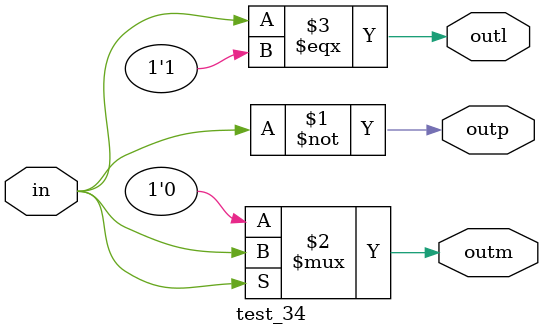
<source format=v>
module test_34(outp, outm, outl, in);
  output outp, outm, outl;
  input in;
  assign #1 outp = ~in;
  assign #1 outm = in ? in : 1'b0;
  assign #1 outl = in === 1'b1;
endmodule
</source>
